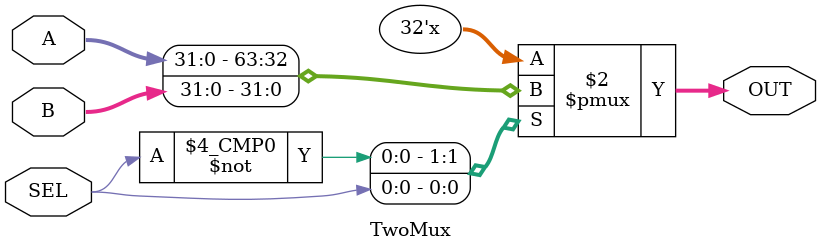
<source format=sv>
`timescale 1ns / 1ps

module TwoMuxALU(
    input logic ALU_SRC_A,
    input logic [31:0] RS1,
    input logic [31:0] U_TYPE,
    output logic [31:0] SRC_A
    );
    
    //Create a generic two-to-one MUX to be used for the ALU.
    always_comb begin
        case(ALU_SRC_A)
            1'b0: begin SRC_A = RS1; end
            1'b1: begin SRC_A = U_TYPE; end
        endcase
    end
    
endmodule


module TwoMux(
    input logic SEL,
    input logic [31:0] A,
    input logic [31:0] B,
    output logic [31:0] OUT
    );
    
    //Create a generic two-to-one MUX to be used for the ALU.
    always_comb begin
        case(SEL)
            1'b0: begin OUT = A; end
            1'b1: begin OUT = B; end
        endcase
    end
    
endmodule
</source>
